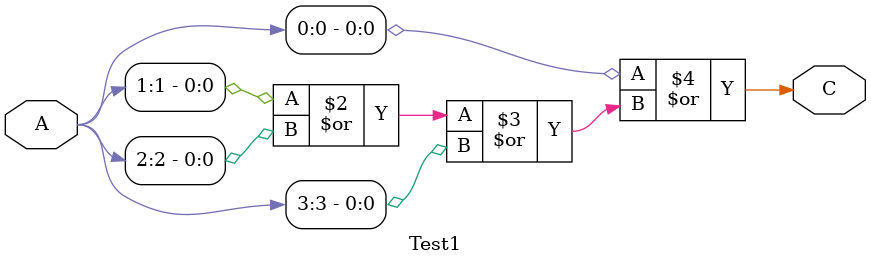
<source format=v>
module Test1(
    input [3:0]A,
    output reg C
);

always @ (*) begin
    C = A[0] | (A[1] | A[2] | A[3]);
end

endmodule

</source>
